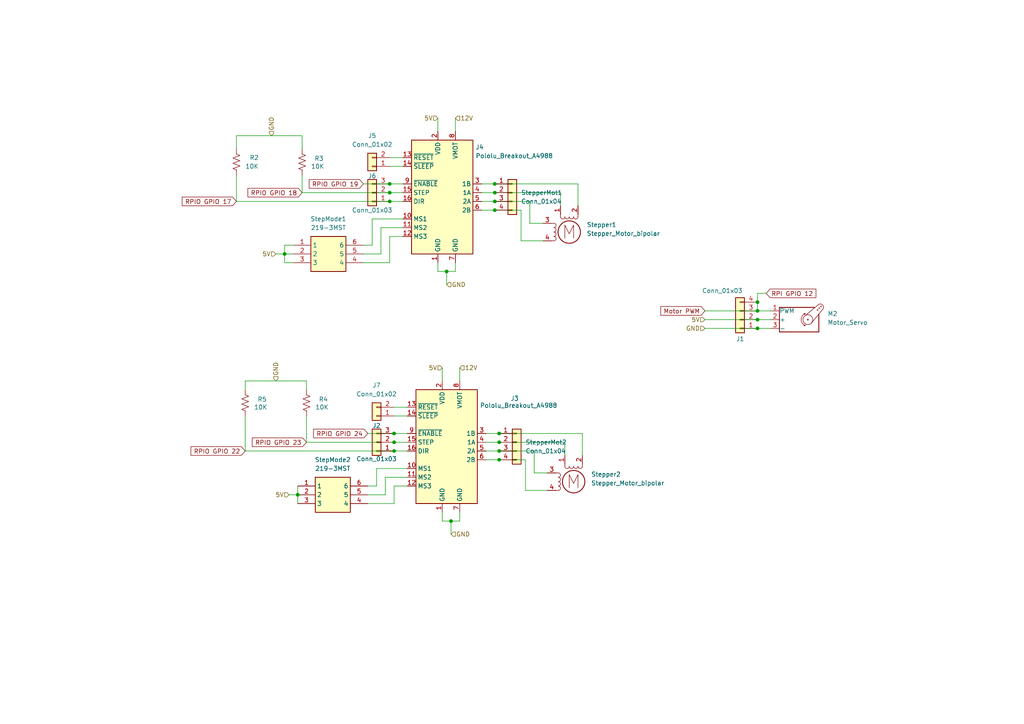
<source format=kicad_sch>
(kicad_sch (version 20231120) (generator "eeschema") (generator_version "8.0")
  (paper "A4")
  (lib_symbols
    (symbol "Connector_Generic:Conn_01x02" (pin_names (offset 1.016) hide)
      (property "Reference" "J" (at 0 2.54 0))
      (property "Value" "Conn_01x02" (at 0 -5.08 0))
      (symbol "Conn_01x02_1_1"
        (rectangle (start -1.27 -2.413) (end 0 -2.667) (stroke (width 0.1524)))
        (rectangle (start -1.27 0.127) (end 0 -0.127) (stroke (width 0.1524)))
        (rectangle (start -1.27 1.27) (end 1.27 -3.81) (stroke (width 0.254)) (fill (type background)))
        (pin passive line (at -5.08 0 0) (length 3.81) (name "Pin_1") (number "1"))
        (pin passive line (at -5.08 -2.54 0) (length 3.81) (name "Pin_2") (number "2"))
      )
    )
    (symbol "Connector_Generic:Conn_01x03" (pin_names (offset 1.016) hide)
      (property "Reference" "J" (at 0 5.08 0))
      (property "Value" "Conn_01x03" (at 0 -5.08 0))
      (symbol "Conn_01x03_1_1"
        (rectangle (start -1.27 -2.413) (end 0 -2.667) (stroke (width 0.1524)))
        (rectangle (start -1.27 0.127) (end 0 -0.127) (stroke (width 0.1524)))
        (rectangle (start -1.27 2.667) (end 0 2.413) (stroke (width 0.1524)))
        (rectangle (start -1.27 3.81) (end 1.27 -3.81) (stroke (width 0.254)) (fill (type background)))
        (pin passive line (at -5.08 2.54 0) (length 3.81) (name "Pin_1") (number "1"))
        (pin passive line (at -5.08 0 0) (length 3.81) (name "Pin_2") (number "2"))
        (pin passive line (at -5.08 -2.54 0) (length 3.81) (name "Pin_3") (number "3"))
      )
    )
    (symbol "Connector_Generic:Conn_01x04" (pin_names (offset 1.016) hide)
      (property "Reference" "J" (at 0 5.08 0))
      (property "Value" "Conn_01x04" (at 0 -7.62 0))
      (symbol "Conn_01x04_1_1"
        (rectangle (start -1.27 -4.953) (end 0 -5.207) (stroke (width 0.1524)))
        (rectangle (start -1.27 -2.413) (end 0 -2.667) (stroke (width 0.1524)))
        (rectangle (start -1.27 0.127) (end 0 -0.127) (stroke (width 0.1524)))
        (rectangle (start -1.27 2.667) (end 0 2.413) (stroke (width 0.1524)))
        (rectangle (start -1.27 3.81) (end 1.27 -6.35) (stroke (width 0.254)) (fill (type background)))
        (pin passive line (at -5.08 2.54 0) (length 3.81) (name "Pin_1") (number "1"))
        (pin passive line (at -5.08 0 0) (length 3.81) (name "Pin_2") (number "2"))
        (pin passive line (at -5.08 -2.54 0) (length 3.81) (name "Pin_3") (number "3"))
        (pin passive line (at -5.08 -5.08 0) (length 3.81) (name "Pin_4") (number "4"))
      )
    )
    (symbol "Device:R_US" (pin_numbers hide) (pin_names (offset 0))
      (property "Reference" "R" (at 2.54 0 90))
      (property "Value" "R_US" (at -2.54 0 90))
      (symbol "R_US_0_1"
        (polyline (pts (xy 0 -2.286) (xy 0 -2.54)))
        (polyline (pts (xy 0 2.286) (xy 0 2.54)))
        (polyline (pts (xy 0 -0.762) (xy 1.016 -1.143) (xy 0 -1.524) (xy -1.016 -1.905) (xy 0 -2.286)))
        (polyline (pts (xy 0 0.762) (xy 1.016 0.381) (xy 0 0) (xy -1.016 -0.381) (xy 0 -0.762)))
        (polyline (pts (xy 0 2.286) (xy 1.016 1.905) (xy 0 1.524) (xy -1.016 1.143) (xy 0 0.762)))
      )
      (symbol "R_US_1_1"
        (pin passive line (at 0 3.81 270) (length 1.27) (name "~") (number "1"))
        (pin passive line (at 0 -3.81 90) (length 1.27) (name "~") (number "2"))
      )
    )
    (symbol "DipSwitch-3Pin-219-3MST:219-3MST"
      (property "Reference" "S" (at 16.51 7.62 0))
      (property "Value" "219-3MST" (at 16.51 5.08 0))
      (symbol "219-3MST_1_1"
        (rectangle (start 5.08 2.54) (end 15.24 -7.62) (stroke (width 0.254)) (fill (type background)))
        (pin passive line (at 0 0 0) (length 5.08) (name "1") (number "1"))
        (pin passive line (at 0 -2.54 0) (length 5.08) (name "2") (number "2"))
        (pin passive line (at 0 -5.08 0) (length 5.08) (name "3") (number "3"))
        (pin passive line (at 20.32 -5.08 180) (length 5.08) (name "4") (number "4"))
        (pin passive line (at 20.32 -2.54 180) (length 5.08) (name "5") (number "5"))
        (pin passive line (at 20.32 0 180) (length 5.08) (name "6") (number "6"))
      )
    )
    (symbol "Driver_Motor:Pololu_Breakout_A4988"
      (property "Reference" "A" (at -2.54 19.05 0))
      (property "Value" "Pololu_Breakout_A4988" (at -2.54 16.51 0))
      (symbol "Pololu_Breakout_A4988_0_1"
        (rectangle (start 10.16 -17.78) (end -7.62 15.24) (stroke (width 0.254)) (fill (type background)))
      )
      (symbol "Pololu_Breakout_A4988_1_1"
        (pin power_in line (at 0 -20.32 90) (length 2.54) (name "GND") (number "1"))
        (pin input line (at -10.16 -7.62 0) (length 2.54) (name "MS1") (number "10"))
        (pin input line (at -10.16 -10.16 0) (length 2.54) (name "MS2") (number "11"))
        (pin input line (at -10.16 -12.7 0) (length 2.54) (name "MS3") (number "12"))
        (pin input line (at -10.16 10.16 0) (length 2.54) (name "~{RESET}") (number "13"))
        (pin input line (at -10.16 7.62 0) (length 2.54) (name "~{SLEEP}") (number "14"))
        (pin input line (at -10.16 0 0) (length 2.54) (name "STEP") (number "15"))
        (pin input line (at -10.16 -2.54 0) (length 2.54) (name "DIR") (number "16"))
        (pin power_in line (at 0 17.78 270) (length 2.54) (name "VDD") (number "2"))
        (pin output line (at 12.7 2.54 180) (length 2.54) (name "1B") (number "3"))
        (pin output line (at 12.7 0 180) (length 2.54) (name "1A") (number "4"))
        (pin output line (at 12.7 -2.54 180) (length 2.54) (name "2A") (number "5"))
        (pin output line (at 12.7 -5.08 180) (length 2.54) (name "2B") (number "6"))
        (pin power_in line (at 5.08 -20.32 90) (length 2.54) (name "GND") (number "7"))
        (pin power_in line (at 5.08 17.78 270) (length 2.54) (name "VMOT") (number "8"))
        (pin input line (at -10.16 2.54 0) (length 2.54) (name "~{ENABLE}") (number "9"))
      )
    )
    (symbol "Motor:Motor_Servo" (pin_names (offset 0.0254))
      (property "Reference" "M" (at -5.08 4.445 0))
      (property "Value" "Motor_Servo" (at -5.08 -4.064 0))
      (symbol "Motor_Servo_0_1"
        (polyline (pts (xy 2.413 -1.778) (xy 2.032 -1.778)))
        (polyline (pts (xy 2.413 -1.778) (xy 2.286 -1.397)))
        (polyline (pts (xy 2.413 1.778) (xy 1.905 1.778)))
        (polyline (pts (xy 2.413 1.778) (xy 2.286 1.397)))
        (polyline (pts (xy 6.35 4.445) (xy 2.54 1.27)))
        (polyline (pts (xy 7.62 3.175) (xy 4.191 -1.016)))
        (polyline (pts (xy 5.08 3.556) (xy -5.08 3.556) (xy -5.08 -3.556) (xy 6.35 -3.556) (xy 6.35 1.524)) (stroke (width 0.254)))
        (arc (start 2.413 1.778) (mid 1.2406 0) (end 2.413 -1.778))
        (circle (center 3.175 0) (radius 0.1778))
        (circle (center 3.175 0) (radius 1.4224))
        (circle (center 5.969 2.794) (radius 0.127))
        (circle (center 6.477 3.302) (radius 0.127))
        (circle (center 6.985 3.81) (radius 0.127))
        (arc (start 7.62 3.175) (mid 7.4485 4.2735) (end 6.35 4.445))
      )
      (symbol "Motor_Servo_1_1"
        (pin passive line (at -7.62 2.54 0) (length 2.54) (name "PWM") (number "1"))
        (pin passive line (at -7.62 0 0) (length 2.54) (name "+") (number "2"))
        (pin passive line (at -7.62 -2.54 0) (length 2.54) (name "-") (number "3"))
      )
    )
    (symbol "Motor:Stepper_Motor_bipolar" (pin_names (offset 0) hide)
      (property "Reference" "M" (at 3.81 2.54 0))
      (property "Value" "Stepper_Motor_bipolar" (at 3.81 1.27 0))
      (symbol "Stepper_Motor_bipolar_0_0"
        (polyline (pts (xy -1.27 -1.778) (xy -1.27 2.032) (xy 0 -0.508) (xy 1.27 2.032) (xy 1.27 -1.778)))
      )
      (symbol "Stepper_Motor_bipolar_0_1"
        (arc (start -4.445 -2.54) (mid -3.8127 -1.905) (end -4.445 -1.27))
        (arc (start -4.445 -1.27) (mid -3.8127 -0.635) (end -4.445 0))
        (arc (start -4.445 0) (mid -3.8127 0.635) (end -4.445 1.27))
        (arc (start -4.445 1.27) (mid -3.8127 1.905) (end -4.445 2.54))
        (arc (start -2.54 4.445) (mid -1.905 3.8127) (end -1.27 4.445))
        (arc (start -1.27 4.445) (mid -0.635 3.8127) (end 0 4.445))
        (polyline (pts (xy -5.08 -2.54) (xy -4.445 -2.54)))
        (polyline (pts (xy -5.08 2.54) (xy -4.445 2.54)))
        (polyline (pts (xy -2.54 5.08) (xy -2.54 4.445)))
        (polyline (pts (xy 2.54 5.08) (xy 2.54 4.445)))
        (circle (center 0 0) (radius 3.2512) (stroke (width 0.254)))
        (arc (start 0 4.445) (mid 0.635 3.8127) (end 1.27 4.445))
        (arc (start 1.27 4.445) (mid 1.905 3.8127) (end 2.54 4.445))
      )
      (symbol "Stepper_Motor_bipolar_1_1"
        (pin passive line (at -2.54 7.62 270) (length 2.54) (name "~") (number "1"))
        (pin passive line (at 2.54 7.62 270) (length 2.54) (name "-") (number "2"))
        (pin passive line (at -7.62 2.54 0) (length 2.54) (name "~") (number "3"))
        (pin passive line (at -7.62 -2.54 0) (length 2.54) (name "~") (number "4"))
      )
    )
  )
  (junction (at 113.03 53.34))
  (junction (at 114.3 125.73))
  (junction (at 143.51 58.42))
  (junction (at 143.51 55.88))
  (junction (at 144.78 130.81))
  (junction (at 144.78 128.27))
  (junction (at 143.51 60.96))
  (junction (at 114.3 130.81))
  (junction (at 130.81 151.13))
  (junction (at 219.71 92.71))
  (junction (at 143.51 53.34))
  (junction (at 219.71 90.17))
  (junction (at 86.36 143.51))
  (junction (at 113.03 58.42))
  (junction (at 144.78 125.73))
  (junction (at 144.78 133.35))
  (junction (at 113.03 55.88))
  (junction (at 219.71 87.63))
  (junction (at 219.71 95.25))
  (junction (at 129.54 78.74))
  (junction (at 82.55 73.66))
  (junction (at 114.3 128.27))
  (wire (pts (xy 143.51 55.88) (xy 139.7 55.88)))
  (wire (pts (xy 71.12 110.49) (xy 71.12 113.03)))
  (wire (pts (xy 127 34.29) (xy 127 38.1)))
  (wire (pts (xy 106.68 125.73) (xy 114.3 125.73)))
  (wire (pts (xy 114.3 128.27) (xy 118.11 128.27)))
  (wire (pts (xy 130.81 151.13) (xy 133.35 151.13)))
  (wire (pts (xy 109.22 135.89) (xy 109.22 140.97)))
  (wire (pts (xy 107.95 63.5) (xy 116.84 63.5)))
  (wire (pts (xy 152.4 142.24) (xy 158.75 142.24)))
  (wire (pts (xy 113.03 45.72) (xy 116.84 45.72)))
  (wire (pts (xy 113.03 68.58) (xy 113.03 76.2)))
  (wire (pts (xy 222.25 85.09) (xy 219.71 85.09)))
  (wire (pts (xy 152.4 133.35) (xy 152.4 142.24)))
  (wire (pts (xy 127 78.74) (xy 129.54 78.74)))
  (wire (pts (xy 113.03 48.26) (xy 116.84 48.26)))
  (wire (pts (xy 143.51 53.34) (xy 139.7 53.34)))
  (wire (pts (xy 68.58 39.37) (xy 87.63 39.37)))
  (wire (pts (xy 128.27 151.13) (xy 128.27 148.59)))
  (wire (pts (xy 132.08 34.29) (xy 132.08 38.1)))
  (wire (pts (xy 167.64 53.34) (xy 167.64 59.69)))
  (wire (pts (xy 105.41 71.12) (xy 107.95 71.12)))
  (wire (pts (xy 151.13 69.85) (xy 157.48 69.85)))
  (wire (pts (xy 86.36 140.97) (xy 86.36 143.51)))
  (wire (pts (xy 114.3 118.11) (xy 118.11 118.11)))
  (wire (pts (xy 133.35 106.68) (xy 133.35 110.49)))
  (wire (pts (xy 204.47 90.17) (xy 219.71 90.17)))
  (wire (pts (xy 144.78 130.81) (xy 140.97 130.81)))
  (wire (pts (xy 144.78 125.73) (xy 168.91 125.73)))
  (wire (pts (xy 127 78.74) (xy 127 76.2)))
  (wire (pts (xy 219.71 90.17) (xy 223.52 90.17)))
  (wire (pts (xy 133.35 151.13) (xy 133.35 148.59)))
  (wire (pts (xy 68.58 43.18) (xy 68.58 39.37)))
  (wire (pts (xy 88.9 128.27) (xy 114.3 128.27)))
  (wire (pts (xy 107.95 71.12) (xy 107.95 63.5)))
  (wire (pts (xy 151.13 60.96) (xy 151.13 69.85)))
  (wire (pts (xy 144.78 130.81) (xy 154.94 130.81)))
  (wire (pts (xy 219.71 95.25) (xy 223.52 95.25)))
  (wire (pts (xy 82.55 76.2) (xy 85.09 76.2)))
  (wire (pts (xy 68.58 58.42) (xy 113.03 58.42)))
  (wire (pts (xy 162.56 55.88) (xy 162.56 59.69)))
  (wire (pts (xy 114.3 130.81) (xy 118.11 130.81)))
  (wire (pts (xy 114.3 146.05) (xy 106.68 146.05)))
  (wire (pts (xy 129.54 78.74) (xy 129.54 82.55)))
  (wire (pts (xy 110.49 73.66) (xy 105.41 73.66)))
  (wire (pts (xy 130.81 151.13) (xy 130.81 154.94)))
  (wire (pts (xy 132.08 78.74) (xy 132.08 76.2)))
  (wire (pts (xy 113.03 58.42) (xy 116.84 58.42)))
  (wire (pts (xy 68.58 58.42) (xy 68.58 50.8)))
  (wire (pts (xy 114.3 125.73) (xy 118.11 125.73)))
  (wire (pts (xy 143.51 55.88) (xy 162.56 55.88)))
  (wire (pts (xy 163.83 128.27) (xy 163.83 132.08)))
  (wire (pts (xy 82.55 73.66) (xy 82.55 76.2)))
  (wire (pts (xy 105.41 53.34) (xy 113.03 53.34)))
  (wire (pts (xy 86.36 143.51) (xy 86.36 146.05)))
  (wire (pts (xy 153.67 58.42) (xy 153.67 64.77)))
  (wire (pts (xy 113.03 68.58) (xy 116.84 68.58)))
  (wire (pts (xy 113.03 53.34) (xy 116.84 53.34)))
  (wire (pts (xy 114.3 120.65) (xy 118.11 120.65)))
  (wire (pts (xy 204.47 92.71) (xy 219.71 92.71)))
  (wire (pts (xy 154.94 130.81) (xy 154.94 137.16)))
  (wire (pts (xy 106.68 140.97) (xy 109.22 140.97)))
  (wire (pts (xy 111.76 138.43) (xy 118.11 138.43)))
  (wire (pts (xy 144.78 128.27) (xy 140.97 128.27)))
  (wire (pts (xy 114.3 140.97) (xy 114.3 146.05)))
  (wire (pts (xy 71.12 130.81) (xy 114.3 130.81)))
  (wire (pts (xy 153.67 64.77) (xy 157.48 64.77)))
  (wire (pts (xy 113.03 55.88) (xy 116.84 55.88)))
  (wire (pts (xy 143.51 58.42) (xy 139.7 58.42)))
  (wire (pts (xy 82.55 73.66) (xy 85.09 73.66)))
  (wire (pts (xy 219.71 87.63) (xy 219.71 90.17)))
  (wire (pts (xy 71.12 110.49) (xy 88.9 110.49)))
  (wire (pts (xy 219.71 92.71) (xy 223.52 92.71)))
  (wire (pts (xy 111.76 138.43) (xy 111.76 143.51)))
  (wire (pts (xy 87.63 50.8) (xy 87.63 55.88)))
  (wire (pts (xy 110.49 66.04) (xy 110.49 73.66)))
  (wire (pts (xy 143.51 60.96) (xy 151.13 60.96)))
  (wire (pts (xy 168.91 125.73) (xy 168.91 132.08)))
  (wire (pts (xy 82.55 71.12) (xy 85.09 71.12)))
  (wire (pts (xy 128.27 106.68) (xy 128.27 110.49)))
  (wire (pts (xy 87.63 55.88) (xy 113.03 55.88)))
  (wire (pts (xy 83.82 143.51) (xy 86.36 143.51)))
  (wire (pts (xy 204.47 95.25) (xy 219.71 95.25)))
  (wire (pts (xy 71.12 120.65) (xy 71.12 130.81)))
  (wire (pts (xy 113.03 76.2) (xy 105.41 76.2)))
  (wire (pts (xy 82.55 73.66) (xy 82.55 71.12)))
  (wire (pts (xy 154.94 137.16) (xy 158.75 137.16)))
  (wire (pts (xy 144.78 128.27) (xy 163.83 128.27)))
  (wire (pts (xy 144.78 133.35) (xy 140.97 133.35)))
  (wire (pts (xy 129.54 78.74) (xy 132.08 78.74)))
  (wire (pts (xy 86.36 143.51) (xy 88.9 143.51)))
  (wire (pts (xy 88.9 110.49) (xy 88.9 113.03)))
  (wire (pts (xy 143.51 58.42) (xy 153.67 58.42)))
  (wire (pts (xy 106.68 143.51) (xy 111.76 143.51)))
  (wire (pts (xy 109.22 135.89) (xy 118.11 135.89)))
  (wire (pts (xy 144.78 133.35) (xy 152.4 133.35)))
  (wire (pts (xy 219.71 85.09) (xy 219.71 87.63)))
  (wire (pts (xy 80.01 73.66) (xy 82.55 73.66)))
  (wire (pts (xy 110.49 66.04) (xy 116.84 66.04)))
  (wire (pts (xy 143.51 60.96) (xy 139.7 60.96)))
  (wire (pts (xy 144.78 125.73) (xy 140.97 125.73)))
  (wire (pts (xy 87.63 39.37) (xy 87.63 43.18)))
  (wire (pts (xy 143.51 53.34) (xy 167.64 53.34)))
  (wire (pts (xy 128.27 151.13) (xy 130.81 151.13)))
  (wire (pts (xy 114.3 140.97) (xy 118.11 140.97)))
  (wire (pts (xy 88.9 120.65) (xy 88.9 128.27)))
  (global_label "RPI GPIO 12" (shape input) (at 222.25 85.09 0) (property "Intersheetrefs" "${INTERSHEET_REFS}" (effects (hide yes))))
  (global_label "RPIO GPIO 24" (shape input) (at 106.68 125.73 180) (property "Intersheetrefs" "${INTERSHEET_REFS}" (effects (hide yes))))
  (global_label "RPIO GPIO 19" (shape input) (at 105.41 53.34 180) (property "Intersheetrefs" "${INTERSHEET_REFS}" (effects (hide yes))))
  (global_label "RPIO GPIO 22" (shape input) (at 71.12 130.81 180) (property "Intersheetrefs" "${INTERSHEET_REFS}" (effects (hide yes))))
  (global_label "RPIO GPIO 23" (shape input) (at 88.9 128.27 180) (property "Intersheetrefs" "${INTERSHEET_REFS}" (effects (hide yes))))
  (global_label "RPIO GPIO 18" (shape input) (at 87.63 55.88 180) (property "Intersheetrefs" "${INTERSHEET_REFS}" (effects (hide yes))))
  (global_label "RPIO GPIO 17" (shape input) (at 68.58 58.42 180) (property "Intersheetrefs" "${INTERSHEET_REFS}" (effects (hide yes))))
  (global_label "Motor PWM" (shape input) (at 204.47 90.17 180) (property "Intersheetrefs" "${INTERSHEET_REFS}" (effects (hide yes))))
  (hierarchical_label "5V" (shape input) (at 128.27 106.68 180))
  (hierarchical_label "GND" (shape input) (at 80.01 110.49 90))
  (hierarchical_label "5V" (shape input) (at 80.01 73.66 180))
  (hierarchical_label "GND" (shape input) (at 129.54 82.55 0))
  (hierarchical_label "5V" (shape input) (at 204.47 92.71 180))
  (hierarchical_label "5V" (shape input) (at 127 34.29 180))
  (hierarchical_label "12V" (shape input) (at 133.35 106.68 0))
  (hierarchical_label "GND" (shape input) (at 130.81 154.94 0))
  (hierarchical_label "GND" (shape input) (at 204.47 95.25 180))
  (hierarchical_label "GND" (shape input) (at 78.74 39.37 90))
  (hierarchical_label "12V" (shape input) (at 132.08 34.29 0))
  (hierarchical_label "5V" (shape input) (at 83.82 143.51 180))
  (symbol (lib_id "DipSwitch-3Pin-219-3MST:219-3MST") (at 85.09 71.12 0) (unit 1)
    (property "Reference" "StepMode1" (at 95.25 63.5 0))
    (property "Value" "219-3MST" (at 95.25 66.04 0))
    (property "Footprint" "DipSwitch-3Pin-219-3MST:SOP254P991X385-6N" (effects (hide yes)))
    (property "Datasheet" "https://www.ctscorp.com/wp-content/uploads/219.pdf" (effects (hide yes)))
    (property "Description" "DIP Switches / SIP Switches SPST 3 switch sections" (effects (hide yes)))
    (property "Height" "3.85" (effects (hide yes)))
    (property "Mouser Part Number" "774-2193MST" (effects (hide yes)))
    (property "Mouser Price/Stock" "https://www.mouser.co.uk/ProductDetail/CTS-Electronic-Components/219-3MST?qs=qNzHFtQhdJ%252BjqtkfP9tB7g%3D%3D" (effects (hide yes)))
    (property "Manufacturer_Name" "CTS" (effects (hide yes)))
    (property "Manufacturer_Part_Number" "219-3MST" (effects (hide yes)))
  )
  (symbol (lib_id "Device:R_US") (at 68.58 46.99 0) (unit 1)
    (property "Reference" "R2" (at 72.39 45.72 0) (effects (justify left)))
    (property "Value" "10K" (at 71.12 48.2599 0) (effects (justify left)))
    (property "Footprint" "Resistor_SMD:R_0805_2012Metric_Pad1.20x1.40mm_HandSolder" (effects (hide yes)))
    (property "Description" "Resistor, US symbol" (effects (hide yes)))
  )
  (symbol (lib_id "Connector_Generic:Conn_01x04") (at 148.59 55.88 0) (unit 1)
    (property "Reference" "StepperMot1" (at 151.13 55.8799 0) (effects (justify left)))
    (property "Value" "Conn_01x04" (at 151.13 58.4199 0) (effects (justify left)))
    (property "Footprint" "TerminalBlock:TerminalBlock_Xinya_XY308-2.54-4P_1x04_P2.54mm_Horizontal" (effects (hide yes)))
    (property "Description" "Generic connector, single row, 01x04, script generated (kicad-library-utils/schlib/autogen/connector/)" (effects (hide yes)))
  )
  (symbol (lib_id "Connector_Generic:Conn_01x04") (at 214.63 92.71 180) (unit 1)
    (property "Reference" "J1" (at 215.9 98.298 0) (effects (justify left)))
    (property "Value" "Conn_01x03" (at 215.392 84.328 0) (effects (justify left)))
    (property "Footprint" "Connector_PinHeader_2.54mm:PinHeader_1x04_P2.54mm_Vertical" (effects (hide yes)))
    (property "Description" "Generic connector, single row, 01x04, script generated (kicad-library-utils/schlib/autogen/connector/)" (effects (hide yes)))
  )
  (symbol (lib_id "DipSwitch-3Pin-219-3MST:219-3MST") (at 86.36 140.97 0) (unit 1)
    (property "Reference" "StepMode2" (at 96.52 133.35 0))
    (property "Value" "219-3MST" (at 96.52 135.89 0))
    (property "Footprint" "DipSwitch-3Pin-219-3MST:SOP254P991X385-6N" (effects (hide yes)))
    (property "Datasheet" "https://www.ctscorp.com/wp-content/uploads/219.pdf" (effects (hide yes)))
    (property "Description" "DIP Switches / SIP Switches SPST 3 switch sections" (effects (hide yes)))
    (property "Height" "3.85" (effects (hide yes)))
    (property "Mouser Part Number" "774-2193MST" (effects (hide yes)))
    (property "Mouser Price/Stock" "https://www.mouser.co.uk/ProductDetail/CTS-Electronic-Components/219-3MST?qs=qNzHFtQhdJ%252BjqtkfP9tB7g%3D%3D" (effects (hide yes)))
    (property "Manufacturer_Name" "CTS" (effects (hide yes)))
    (property "Manufacturer_Part_Number" "219-3MST" (effects (hide yes)))
  )
  (symbol (lib_id "Device:R_US") (at 88.9 116.84 0) (unit 1)
    (property "Reference" "R4" (at 92.456 115.824 0) (effects (justify left)))
    (property "Value" "10K" (at 91.44 118.1099 0) (effects (justify left)))
    (property "Footprint" "Resistor_SMD:R_0805_2012Metric_Pad1.20x1.40mm_HandSolder" (effects (hide yes)))
    (property "Description" "Resistor, US symbol" (effects (hide yes)))
  )
  (symbol (lib_id "Motor:Stepper_Motor_bipolar") (at 166.37 139.7 0) (unit 1)
    (property "Reference" "Stepper2" (at 171.45 137.579 0) (effects (justify left)))
    (property "Value" "Stepper_Motor_bipolar" (at 171.45 140.119 0) (effects (justify left)))
    (property "Datasheet" "http://www.infineon.com/dgdl/Application-Note-TLE8110EE_driving_UniPolarStepperMotor_V1.1.pdf?fileId=db3a30431be39b97011be5d0aa0a00b0" (effects (hide yes)))
    (property "Description" "4-wire bipolar stepper motor" (effects (hide yes)))
  )
  (symbol (lib_id "Connector_Generic:Conn_01x04") (at 149.86 128.27 0) (unit 1)
    (property "Reference" "StepperMot2" (at 152.4 128.2699 0) (effects (justify left)))
    (property "Value" "Conn_01x04" (at 152.4 130.8099 0) (effects (justify left)))
    (property "Footprint" "TerminalBlock:TerminalBlock_Xinya_XY308-2.54-4P_1x04_P2.54mm_Horizontal" (effects (hide yes)))
    (property "Description" "Generic connector, single row, 01x04, script generated (kicad-library-utils/schlib/autogen/connector/)" (effects (hide yes)))
  )
  (symbol (lib_id "Driver_Motor:Pololu_Breakout_A4988") (at 128.27 128.27 0) (unit 1)
    (property "Reference" "J3" (at 148.082 115.57 0) (effects (justify left)))
    (property "Value" "Pololu_Breakout_A4988" (at 139.192 117.602 0) (effects (justify left)))
    (property "Footprint" "Module:Pololu_Breakout-16_15.2x20.3mm" (effects (hide yes)))
    (property "Datasheet" "https://www.pololu.com/product/2980/pictures" (effects (hide yes)))
    (property "Description" "Pololu Breakout Board, Stepper Driver A4988" (effects (hide yes)))
  )
  (symbol (lib_id "Driver_Motor:Pololu_Breakout_A4988") (at 127 55.88 0) (unit 1)
    (property "Reference" "J4" (at 137.922 42.672 0) (effects (justify left)))
    (property "Value" "Pololu_Breakout_A4988" (at 137.922 45.212 0) (effects (justify left)))
    (property "Footprint" "Module:Pololu_Breakout-16_15.2x20.3mm" (effects (hide yes)))
    (property "Datasheet" "https://www.pololu.com/product/2980/pictures" (effects (hide yes)))
    (property "Description" "Pololu Breakout Board, Stepper Driver A4988" (effects (hide yes)))
  )
  (symbol (lib_id "Connector_Generic:Conn_01x02") (at 109.22 120.65 180) (unit 1)
    (property "Reference" "J7" (at 109.22 111.76 0))
    (property "Value" "Conn_01x02" (at 109.22 114.3 0))
    (property "Footprint" "TerminalBlock:TerminalBlock_Xinya_XY308-2.54-2P_1x02_P2.54mm_Horizontal" (effects (hide yes)))
    (property "Description" "Generic connector, single row, 01x02, script generated (kicad-library-utils/schlib/autogen/connector/)" (effects (hide yes)))
  )
  (symbol (lib_id "Device:R_US") (at 71.12 116.84 0) (unit 1)
    (property "Reference" "R5" (at 74.676 115.824 0) (effects (justify left)))
    (property "Value" "10K" (at 73.66 118.1099 0) (effects (justify left)))
    (property "Footprint" "Resistor_SMD:R_0805_2012Metric_Pad1.20x1.40mm_HandSolder" (effects (hide yes)))
    (property "Description" "Resistor, US symbol" (effects (hide yes)))
  )
  (symbol (lib_id "Connector_Generic:Conn_01x03") (at 107.95 55.88 180) (unit 1)
    (property "Reference" "J6" (at 107.95 51.054 0))
    (property "Value" "Conn_01x03" (at 107.95 60.96 0))
    (property "Footprint" "TerminalBlock:TerminalBlock_Xinya_XY308-2.54-3P_1x03_P2.54mm_Horizontal" (effects (hide yes)))
    (property "Description" "Generic connector, single row, 01x03, script generated (kicad-library-utils/schlib/autogen/connector/)" (effects (hide yes)))
  )
  (symbol (lib_id "Motor:Motor_Servo") (at 231.14 92.71 0) (unit 1)
    (property "Reference" "M2" (at 240.03 91.0065 0) (effects (justify left)))
    (property "Value" "Motor_Servo" (at 240.03 93.5465 0) (effects (justify left)))
    (property "Datasheet" "http://forums.parallax.com/uploads/attachments/46831/74481.png" (effects (hide yes)))
    (property "Description" "Servo Motor (Futaba, HiTec, JR connector)" (effects (hide yes)))
  )
  (symbol (lib_id "Connector_Generic:Conn_01x03") (at 109.22 128.27 180) (unit 1)
    (property "Reference" "J2" (at 109.22 123.444 0))
    (property "Value" "Conn_01x03" (at 109.22 133.096 0))
    (property "Footprint" "TerminalBlock:TerminalBlock_Xinya_XY308-2.54-3P_1x03_P2.54mm_Horizontal" (effects (hide yes)))
    (property "Description" "Generic connector, single row, 01x03, script generated (kicad-library-utils/schlib/autogen/connector/)" (effects (hide yes)))
  )
  (symbol (lib_id "Motor:Stepper_Motor_bipolar") (at 165.1 67.31 0) (unit 1)
    (property "Reference" "Stepper1" (at 170.18 65.189 0) (effects (justify left)))
    (property "Value" "Stepper_Motor_bipolar" (at 170.18 67.729 0) (effects (justify left)))
    (property "Datasheet" "http://www.infineon.com/dgdl/Application-Note-TLE8110EE_driving_UniPolarStepperMotor_V1.1.pdf?fileId=db3a30431be39b97011be5d0aa0a00b0" (effects (hide yes)))
    (property "Description" "4-wire bipolar stepper motor" (effects (hide yes)))
  )
  (symbol (lib_id "Device:R_US") (at 87.63 46.99 0) (unit 1)
    (property "Reference" "R3" (at 91.186 45.974 0) (effects (justify left)))
    (property "Value" "10K" (at 90.17 48.2599 0) (effects (justify left)))
    (property "Footprint" "Resistor_SMD:R_0805_2012Metric_Pad1.20x1.40mm_HandSolder" (effects (hide yes)))
    (property "Description" "Resistor, US symbol" (effects (hide yes)))
  )
  (symbol (lib_id "Connector_Generic:Conn_01x02") (at 107.95 48.26 180) (unit 1)
    (property "Reference" "J5" (at 107.95 39.37 0))
    (property "Value" "Conn_01x02" (at 107.95 41.91 0))
    (property "Footprint" "TerminalBlock:TerminalBlock_Xinya_XY308-2.54-2P_1x02_P2.54mm_Horizontal" (effects (hide yes)))
    (property "Description" "Generic connector, single row, 01x02, script generated (kicad-library-utils/schlib/autogen/connector/)" (effects (hide yes)))
  )
)
</source>
